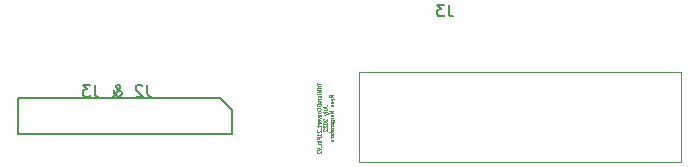
<source format=gbr>
%TF.GenerationSoftware,KiCad,Pcbnew,(5.1.10)-1*%
%TF.CreationDate,2022-07-15T13:07:45-06:00*%
%TF.ProjectId,21to25,3231746f-3235-42e6-9b69-6361645f7063,rev?*%
%TF.SameCoordinates,Original*%
%TF.FileFunction,Legend,Bot*%
%TF.FilePolarity,Positive*%
%FSLAX46Y46*%
G04 Gerber Fmt 4.6, Leading zero omitted, Abs format (unit mm)*
G04 Created by KiCad (PCBNEW (5.1.10)-1) date 2022-07-15 13:07:45*
%MOMM*%
%LPD*%
G01*
G04 APERTURE LIST*
%ADD10C,0.150000*%
%ADD11C,0.075000*%
%ADD12C,0.120000*%
G04 APERTURE END LIST*
D10*
X-31528571Y2587619D02*
X-31528571Y1873333D01*
X-31480952Y1730476D01*
X-31385714Y1635238D01*
X-31242857Y1587619D01*
X-31147619Y1587619D01*
X-31957142Y2492380D02*
X-32004761Y2540000D01*
X-32100000Y2587619D01*
X-32338095Y2587619D01*
X-32433333Y2540000D01*
X-32480952Y2492380D01*
X-32528571Y2397142D01*
X-32528571Y2301904D01*
X-32480952Y2159047D01*
X-31909523Y1587619D01*
X-32528571Y1587619D01*
X-34528571Y1587619D02*
X-34480952Y1587619D01*
X-34385714Y1635238D01*
X-34242857Y1778095D01*
X-34004761Y2063809D01*
X-33909523Y2206666D01*
X-33861904Y2349523D01*
X-33861904Y2444761D01*
X-33909523Y2540000D01*
X-34004761Y2587619D01*
X-34052380Y2587619D01*
X-34147619Y2540000D01*
X-34195238Y2444761D01*
X-34195238Y2397142D01*
X-34147619Y2301904D01*
X-34100000Y2254285D01*
X-33814285Y2063809D01*
X-33766666Y2016190D01*
X-33719047Y1920952D01*
X-33719047Y1778095D01*
X-33766666Y1682857D01*
X-33814285Y1635238D01*
X-33909523Y1587619D01*
X-34052380Y1587619D01*
X-34147619Y1635238D01*
X-34195238Y1682857D01*
X-34338095Y1873333D01*
X-34385714Y2016190D01*
X-34385714Y2111428D01*
X-36004761Y2587619D02*
X-36004761Y1873333D01*
X-35957142Y1730476D01*
X-35861904Y1635238D01*
X-35719047Y1587619D01*
X-35623809Y1587619D01*
X-36385714Y2587619D02*
X-37004761Y2587619D01*
X-36671428Y2206666D01*
X-36814285Y2206666D01*
X-36909523Y2159047D01*
X-36957142Y2111428D01*
X-37004761Y2016190D01*
X-37004761Y1778095D01*
X-36957142Y1682857D01*
X-36909523Y1635238D01*
X-36814285Y1587619D01*
X-36528571Y1587619D01*
X-36433333Y1635238D01*
X-36385714Y1682857D01*
D11*
X-17169285Y2735714D02*
X-17169285Y2564285D01*
X-16869285Y2649999D02*
X-17169285Y2649999D01*
X-16869285Y2464285D02*
X-17069285Y2464285D01*
X-17012142Y2464285D02*
X-17040714Y2450000D01*
X-17055000Y2435714D01*
X-17069285Y2407142D01*
X-17069285Y2378571D01*
X-16869285Y2278571D02*
X-17069285Y2278571D01*
X-17169285Y2278571D02*
X-17155000Y2292857D01*
X-17140714Y2278571D01*
X-17155000Y2264285D01*
X-17169285Y2278571D01*
X-17140714Y2278571D01*
X-16869285Y2135714D02*
X-17169285Y2135714D01*
X-16955000Y2035714D01*
X-17169285Y1935714D01*
X-16869285Y1935714D01*
X-16869285Y1792857D02*
X-17069285Y1792857D01*
X-17169285Y1792857D02*
X-17155000Y1807142D01*
X-17140714Y1792857D01*
X-17155000Y1778571D01*
X-17169285Y1792857D01*
X-17140714Y1792857D01*
X-16883571Y1521428D02*
X-16869285Y1550000D01*
X-16869285Y1607142D01*
X-16883571Y1635714D01*
X-16897857Y1650000D01*
X-16926428Y1664285D01*
X-17012142Y1664285D01*
X-17040714Y1650000D01*
X-17055000Y1635714D01*
X-17069285Y1607142D01*
X-17069285Y1550000D01*
X-17055000Y1521428D01*
X-16869285Y1392857D02*
X-17069285Y1392857D01*
X-17012142Y1392857D02*
X-17040714Y1378571D01*
X-17055000Y1364285D01*
X-17069285Y1335714D01*
X-17069285Y1307142D01*
X-16869285Y1164285D02*
X-16883571Y1192857D01*
X-16897857Y1207142D01*
X-16926428Y1221428D01*
X-17012142Y1221428D01*
X-17040714Y1207142D01*
X-17055000Y1192857D01*
X-17069285Y1164285D01*
X-17069285Y1121428D01*
X-17055000Y1092857D01*
X-17040714Y1078571D01*
X-17012142Y1064285D01*
X-16926428Y1064285D01*
X-16897857Y1078571D01*
X-16883571Y1092857D01*
X-16869285Y1121428D01*
X-16869285Y1164285D01*
X-16869285Y935714D02*
X-17169285Y935714D01*
X-17169285Y864285D01*
X-17155000Y821428D01*
X-17126428Y792857D01*
X-17097857Y778571D01*
X-17040714Y764285D01*
X-16997857Y764285D01*
X-16940714Y778571D01*
X-16912142Y792857D01*
X-16883571Y821428D01*
X-16869285Y864285D01*
X-16869285Y935714D01*
X-16897857Y464285D02*
X-16883571Y478571D01*
X-16869285Y521428D01*
X-16869285Y550000D01*
X-16883571Y592857D01*
X-16912142Y621428D01*
X-16940714Y635714D01*
X-16997857Y650000D01*
X-17040714Y650000D01*
X-17097857Y635714D01*
X-17126428Y621428D01*
X-17155000Y592857D01*
X-17169285Y550000D01*
X-17169285Y521428D01*
X-17155000Y478571D01*
X-17140714Y464285D01*
X-16869285Y292857D02*
X-16883571Y321428D01*
X-16897857Y335714D01*
X-16926428Y350000D01*
X-17012142Y350000D01*
X-17040714Y335714D01*
X-17055000Y321428D01*
X-17069285Y292857D01*
X-17069285Y250000D01*
X-17055000Y221428D01*
X-17040714Y207142D01*
X-17012142Y192857D01*
X-16926428Y192857D01*
X-16897857Y207142D01*
X-16883571Y221428D01*
X-16869285Y250000D01*
X-16869285Y292857D01*
X-17069285Y64285D02*
X-16869285Y64285D01*
X-17040714Y64285D02*
X-17055000Y50000D01*
X-17069285Y21428D01*
X-17069285Y-21428D01*
X-17055000Y-50000D01*
X-17026428Y-64285D01*
X-16869285Y-64285D01*
X-17069285Y-178571D02*
X-16869285Y-250000D01*
X-17069285Y-321428D01*
X-16883571Y-550000D02*
X-16869285Y-521428D01*
X-16869285Y-464285D01*
X-16883571Y-435714D01*
X-16912142Y-421428D01*
X-17026428Y-421428D01*
X-17055000Y-435714D01*
X-17069285Y-464285D01*
X-17069285Y-521428D01*
X-17055000Y-550000D01*
X-17026428Y-564285D01*
X-16997857Y-564285D01*
X-16969285Y-421428D01*
X-16869285Y-692857D02*
X-17069285Y-692857D01*
X-17012142Y-692857D02*
X-17040714Y-707142D01*
X-17055000Y-721428D01*
X-17069285Y-750000D01*
X-17069285Y-778571D01*
X-17069285Y-835714D02*
X-17069285Y-950000D01*
X-17169285Y-878571D02*
X-16912142Y-878571D01*
X-16883571Y-892857D01*
X-16869285Y-921428D01*
X-16869285Y-950000D01*
X-16840714Y-978571D02*
X-16840714Y-1207142D01*
X-17140714Y-1264285D02*
X-17155000Y-1278571D01*
X-17169285Y-1307142D01*
X-17169285Y-1378571D01*
X-17155000Y-1407142D01*
X-17140714Y-1421428D01*
X-17112142Y-1435714D01*
X-17083571Y-1435714D01*
X-17040714Y-1421428D01*
X-16869285Y-1250000D01*
X-16869285Y-1435714D01*
X-16869285Y-1721428D02*
X-16869285Y-1550000D01*
X-16869285Y-1635714D02*
X-17169285Y-1635714D01*
X-17126428Y-1607142D01*
X-17097857Y-1578571D01*
X-17083571Y-1550000D01*
X-16869285Y-1850000D02*
X-17169285Y-1850000D01*
X-17169285Y-1964285D01*
X-17155000Y-1992857D01*
X-17140714Y-2007142D01*
X-17112142Y-2021428D01*
X-17069285Y-2021428D01*
X-17040714Y-2007142D01*
X-17026428Y-1992857D01*
X-17012142Y-1964285D01*
X-17012142Y-1850000D01*
X-16869285Y-2150000D02*
X-17069285Y-2150000D01*
X-17169285Y-2150000D02*
X-17155000Y-2135714D01*
X-17140714Y-2150000D01*
X-17155000Y-2164285D01*
X-17169285Y-2150000D01*
X-17140714Y-2150000D01*
X-17069285Y-2292857D02*
X-16869285Y-2292857D01*
X-17040714Y-2292857D02*
X-17055000Y-2307142D01*
X-17069285Y-2335714D01*
X-17069285Y-2378571D01*
X-17055000Y-2407142D01*
X-17026428Y-2421428D01*
X-16869285Y-2421428D01*
X-16840714Y-2492857D02*
X-16840714Y-2721428D01*
X-17169285Y-2750000D02*
X-16869285Y-2850000D01*
X-17169285Y-2950000D01*
X-17140714Y-3035714D02*
X-17155000Y-3050000D01*
X-17169285Y-3078571D01*
X-17169285Y-3150000D01*
X-17155000Y-3178571D01*
X-17140714Y-3192857D01*
X-17112142Y-3207142D01*
X-17083571Y-3207142D01*
X-17040714Y-3192857D01*
X-16869285Y-3021428D01*
X-16869285Y-3207142D01*
X-16644285Y721428D02*
X-16430000Y721428D01*
X-16387142Y735714D01*
X-16358571Y764285D01*
X-16344285Y807142D01*
X-16344285Y835714D01*
X-16544285Y450000D02*
X-16344285Y450000D01*
X-16544285Y578571D02*
X-16387142Y578571D01*
X-16358571Y564285D01*
X-16344285Y535714D01*
X-16344285Y492857D01*
X-16358571Y464285D01*
X-16372857Y450000D01*
X-16344285Y264285D02*
X-16358571Y292857D01*
X-16387142Y307142D01*
X-16644285Y307142D01*
X-16544285Y178571D02*
X-16344285Y107142D01*
X-16544285Y35714D02*
X-16344285Y107142D01*
X-16272857Y135714D01*
X-16258571Y150000D01*
X-16244285Y178571D01*
X-16615714Y-292857D02*
X-16630000Y-307142D01*
X-16644285Y-335714D01*
X-16644285Y-407142D01*
X-16630000Y-435714D01*
X-16615714Y-450000D01*
X-16587142Y-464285D01*
X-16558571Y-464285D01*
X-16515714Y-450000D01*
X-16344285Y-278571D01*
X-16344285Y-464285D01*
X-16644285Y-650000D02*
X-16644285Y-678571D01*
X-16630000Y-707142D01*
X-16615714Y-721428D01*
X-16587142Y-735714D01*
X-16530000Y-750000D01*
X-16458571Y-750000D01*
X-16401428Y-735714D01*
X-16372857Y-721428D01*
X-16358571Y-707142D01*
X-16344285Y-678571D01*
X-16344285Y-650000D01*
X-16358571Y-621428D01*
X-16372857Y-607142D01*
X-16401428Y-592857D01*
X-16458571Y-578571D01*
X-16530000Y-578571D01*
X-16587142Y-592857D01*
X-16615714Y-607142D01*
X-16630000Y-621428D01*
X-16644285Y-650000D01*
X-16615714Y-864285D02*
X-16630000Y-878571D01*
X-16644285Y-907142D01*
X-16644285Y-978571D01*
X-16630000Y-1007142D01*
X-16615714Y-1021428D01*
X-16587142Y-1035714D01*
X-16558571Y-1035714D01*
X-16515714Y-1021428D01*
X-16344285Y-850000D01*
X-16344285Y-1035714D01*
X-16615714Y-1150000D02*
X-16630000Y-1164285D01*
X-16644285Y-1192857D01*
X-16644285Y-1264285D01*
X-16630000Y-1292857D01*
X-16615714Y-1307142D01*
X-16587142Y-1321428D01*
X-16558571Y-1321428D01*
X-16515714Y-1307142D01*
X-16344285Y-1135714D01*
X-16344285Y-1321428D01*
X-15819285Y1521428D02*
X-15962142Y1621428D01*
X-15819285Y1692857D02*
X-16119285Y1692857D01*
X-16119285Y1578571D01*
X-16105000Y1549999D01*
X-16090714Y1535714D01*
X-16062142Y1521428D01*
X-16019285Y1521428D01*
X-15990714Y1535714D01*
X-15976428Y1549999D01*
X-15962142Y1578571D01*
X-15962142Y1692857D01*
X-16019285Y1421428D02*
X-15819285Y1349999D01*
X-16019285Y1278571D02*
X-15819285Y1349999D01*
X-15747857Y1378571D01*
X-15733571Y1392857D01*
X-15719285Y1421428D01*
X-15819285Y1035714D02*
X-15976428Y1035714D01*
X-16005000Y1049999D01*
X-16019285Y1078571D01*
X-16019285Y1135714D01*
X-16005000Y1164285D01*
X-15833571Y1035714D02*
X-15819285Y1064285D01*
X-15819285Y1135714D01*
X-15833571Y1164285D01*
X-15862142Y1178571D01*
X-15890714Y1178571D01*
X-15919285Y1164285D01*
X-15933571Y1135714D01*
X-15933571Y1064285D01*
X-15947857Y1035714D01*
X-16019285Y892857D02*
X-15819285Y892857D01*
X-15990714Y892857D02*
X-16005000Y878571D01*
X-16019285Y849999D01*
X-16019285Y807142D01*
X-16005000Y778571D01*
X-15976428Y764285D01*
X-15819285Y764285D01*
X-15819285Y392857D02*
X-16119285Y392857D01*
X-15905000Y292857D01*
X-16119285Y192857D01*
X-15819285Y192857D01*
X-15819285Y7142D02*
X-15833571Y35714D01*
X-15847857Y49999D01*
X-15876428Y64285D01*
X-15962142Y64285D01*
X-15990714Y49999D01*
X-16005000Y35714D01*
X-16019285Y7142D01*
X-16019285Y-35714D01*
X-16005000Y-64285D01*
X-15990714Y-78571D01*
X-15962142Y-92857D01*
X-15876428Y-92857D01*
X-15847857Y-78571D01*
X-15833571Y-64285D01*
X-15819285Y-35714D01*
X-15819285Y7142D01*
X-15819285Y-221428D02*
X-16019285Y-221428D01*
X-15962142Y-221428D02*
X-15990714Y-235714D01*
X-16005000Y-250000D01*
X-16019285Y-278571D01*
X-16019285Y-307142D01*
X-16019285Y-535714D02*
X-15776428Y-535714D01*
X-15747857Y-521428D01*
X-15733571Y-507142D01*
X-15719285Y-478571D01*
X-15719285Y-435714D01*
X-15733571Y-407142D01*
X-15833571Y-535714D02*
X-15819285Y-507142D01*
X-15819285Y-450000D01*
X-15833571Y-421428D01*
X-15847857Y-407142D01*
X-15876428Y-392857D01*
X-15962142Y-392857D01*
X-15990714Y-407142D01*
X-16005000Y-421428D01*
X-16019285Y-450000D01*
X-16019285Y-507142D01*
X-16005000Y-535714D01*
X-15833571Y-792857D02*
X-15819285Y-764285D01*
X-15819285Y-707142D01*
X-15833571Y-678571D01*
X-15862142Y-664285D01*
X-15976428Y-664285D01*
X-16005000Y-678571D01*
X-16019285Y-707142D01*
X-16019285Y-764285D01*
X-16005000Y-792857D01*
X-15976428Y-807142D01*
X-15947857Y-807142D01*
X-15919285Y-664285D01*
X-16019285Y-935714D02*
X-15819285Y-935714D01*
X-15990714Y-935714D02*
X-16005000Y-950000D01*
X-16019285Y-978571D01*
X-16019285Y-1021428D01*
X-16005000Y-1050000D01*
X-15976428Y-1064285D01*
X-15819285Y-1064285D01*
X-15833571Y-1192857D02*
X-15819285Y-1221428D01*
X-15819285Y-1278571D01*
X-15833571Y-1307142D01*
X-15862142Y-1321428D01*
X-15876428Y-1321428D01*
X-15905000Y-1307142D01*
X-15919285Y-1278571D01*
X-15919285Y-1235714D01*
X-15933571Y-1207142D01*
X-15962142Y-1192857D01*
X-15976428Y-1192857D01*
X-16005000Y-1207142D01*
X-16019285Y-1235714D01*
X-16019285Y-1278571D01*
X-16005000Y-1307142D01*
X-16019285Y-1407142D02*
X-16019285Y-1521428D01*
X-16119285Y-1450000D02*
X-15862142Y-1450000D01*
X-15833571Y-1464285D01*
X-15819285Y-1492857D01*
X-15819285Y-1521428D01*
X-15833571Y-1735714D02*
X-15819285Y-1707142D01*
X-15819285Y-1650000D01*
X-15833571Y-1621428D01*
X-15862142Y-1607142D01*
X-15976428Y-1607142D01*
X-16005000Y-1621428D01*
X-16019285Y-1650000D01*
X-16019285Y-1707142D01*
X-16005000Y-1735714D01*
X-15976428Y-1750000D01*
X-15947857Y-1750000D01*
X-15919285Y-1607142D01*
X-15819285Y-1878571D02*
X-16019285Y-1878571D01*
X-15962142Y-1878571D02*
X-15990714Y-1892857D01*
X-16005000Y-1907142D01*
X-16019285Y-1935714D01*
X-16019285Y-1964285D01*
X-16019285Y-2064285D02*
X-15819285Y-2064285D01*
X-15990714Y-2064285D02*
X-16005000Y-2078571D01*
X-16019285Y-2107142D01*
X-16019285Y-2150000D01*
X-16005000Y-2178571D01*
X-15976428Y-2192857D01*
X-15819285Y-2192857D01*
D10*
%TO.C,J2*%
X-25370000Y1460000D02*
X-24370000Y460000D01*
X-24370000Y460000D02*
X-24370000Y-1560000D01*
X-24370000Y-1560000D02*
X-42530000Y-1560000D01*
X-42530000Y-1560000D02*
X-42530000Y1460000D01*
X-42530000Y1460000D02*
X-25370000Y1460000D01*
D12*
%TO.C,J3*%
X13655000Y-3980000D02*
X-13655000Y-3980000D01*
X-13655000Y3640000D02*
X13655000Y3640000D01*
X13655000Y-3980000D02*
X13655000Y3640000D01*
X-13655000Y-3980000D02*
X-13655000Y3640000D01*
D10*
X-6016666Y9377619D02*
X-6016666Y8663333D01*
X-5969047Y8520476D01*
X-5873809Y8425238D01*
X-5730952Y8377619D01*
X-5635714Y8377619D01*
X-6397619Y9377619D02*
X-7016666Y9377619D01*
X-6683333Y8996666D01*
X-6826190Y8996666D01*
X-6921428Y8949047D01*
X-6969047Y8901428D01*
X-7016666Y8806190D01*
X-7016666Y8568095D01*
X-6969047Y8472857D01*
X-6921428Y8425238D01*
X-6826190Y8377619D01*
X-6540476Y8377619D01*
X-6445238Y8425238D01*
X-6397619Y8472857D01*
%TD*%
M02*

</source>
